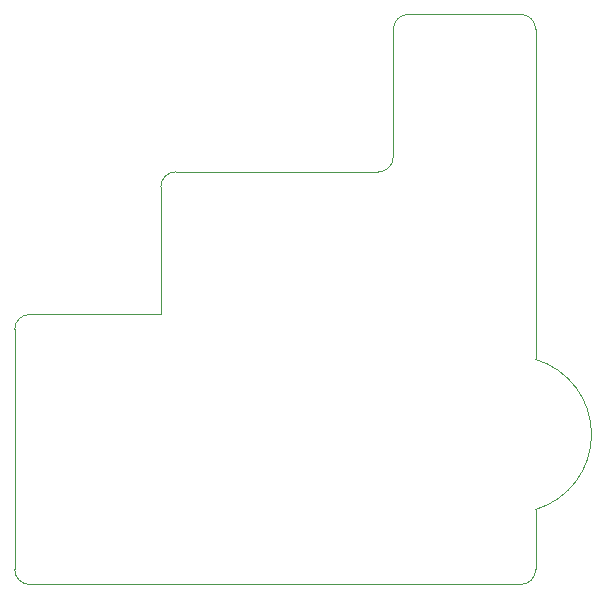
<source format=gm1>
G04 #@! TF.GenerationSoftware,KiCad,Pcbnew,8.0.2*
G04 #@! TF.CreationDate,2024-05-19T16:48:41+02:00*
G04 #@! TF.ProjectId,BulkyModem Module Audio,42756c6b-794d-46f6-9465-6d204d6f6475,rev?*
G04 #@! TF.SameCoordinates,Original*
G04 #@! TF.FileFunction,Profile,NP*
%FSLAX46Y46*%
G04 Gerber Fmt 4.6, Leading zero omitted, Abs format (unit mm)*
G04 Created by KiCad (PCBNEW 8.0.2) date 2024-05-19 16:48:41*
%MOMM*%
%LPD*%
G01*
G04 APERTURE LIST*
G04 #@! TA.AperFunction,Profile*
%ADD10C,0.050000*%
G04 #@! TD*
G04 APERTURE END LIST*
D10*
X163950000Y-126024000D02*
X122370000Y-126024000D01*
X122370000Y-103164000D02*
X133470000Y-103164000D01*
X153155000Y-89829000D02*
G75*
G02*
X151885000Y-91099000I-1270000J0D01*
G01*
X163950000Y-77764000D02*
G75*
G02*
X165220000Y-79034000I0J-1270000D01*
G01*
X134740000Y-91099000D02*
X151885000Y-91099000D01*
X133470000Y-92369000D02*
G75*
G02*
X134740000Y-91099000I1270000J0D01*
G01*
X165220000Y-79034000D02*
X165220000Y-90464000D01*
X133470000Y-103164000D02*
X133470000Y-92369000D01*
X153155000Y-79034000D02*
G75*
G02*
X154425000Y-77764000I1270000J0D01*
G01*
X165220000Y-124754000D02*
G75*
G02*
X163950000Y-126024000I-1270000J0D01*
G01*
X153155000Y-89829000D02*
X153155000Y-79034000D01*
X121100000Y-104434000D02*
X121100000Y-124754000D01*
X165220000Y-119673999D02*
X165220000Y-124754000D01*
X165220000Y-106974001D02*
G75*
G02*
X165220000Y-119673999I-1905000J-6349999D01*
G01*
X122370000Y-126024000D02*
G75*
G02*
X121100000Y-124754000I0J1270000D01*
G01*
X121100000Y-104434000D02*
G75*
G02*
X122370000Y-103164000I1270000J0D01*
G01*
X154425000Y-77764000D02*
X163950000Y-77764000D01*
X165220000Y-90464000D02*
X165220000Y-106974000D01*
M02*

</source>
